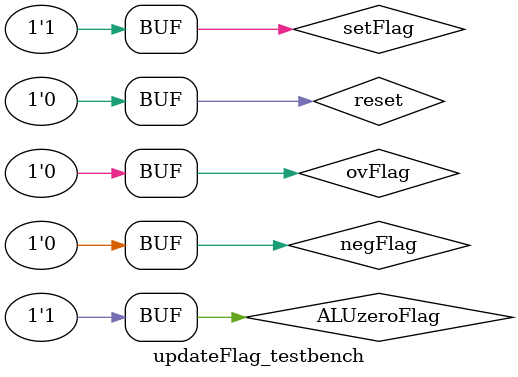
<source format=sv>

module updateFlag (reset, setFlag, negFlag, ALUzeroFlag, ovFlag, branch, zeroFlag);
    input logic setFlag, reset;
    input logic negFlag, ALUzeroFlag, ovFlag;
    output logic branch, zeroFlag;

    always_comb begin
        if (reset) begin
            zeroFlag = 0;
            branch = 0;
        end
        else if (setFlag) begin
            zeroFlag = ALUzeroFlag;

            if (negFlag != ovFlag) begin
                branch = 1;
            end
            else branch = 0;
        end
    
        else begin
            zeroFlag = zeroFlag;
            branch = branch;
        end
    end
endmodule

module updateFlag_testbench ();
    logic setFlag, reset;
    logic negFlag, ALUzeroFlag, ovFlag;
    logic branch, zeroFlag;

    updateFlag dut (.*);

    initial begin
        reset = 1; setFlag = 0; negFlag = 0; ALUzeroFlag = 0; ovFlag = 0; #10;
        
        reset = 0; setFlag = 0; negFlag = 0; ALUzeroFlag = 0; ovFlag = 0; #10;
        assert ((branch == 0) && (zeroFlag == 0));

        reset = 0; setFlag = 1; negFlag = 0; ALUzeroFlag = 0; ovFlag = 0; #10;
        assert ((branch == 0) && (zeroFlag == 0));

        // test that nothing changes
        reset = 0; setFlag = 0; negFlag = 0; ALUzeroFlag = 0; ovFlag = 0; #10;
        assert ((branch == 0) && (zeroFlag == 0));

        // test that branch changes to 1
        reset = 0; setFlag = 1; negFlag = 1; ALUzeroFlag = 0; ovFlag = 0; #10;
        assert ((branch == 1) && (zeroFlag == 0));

        // change branch to 0 again
        reset = 0; setFlag = 1; negFlag = 0; ALUzeroFlag = 0; ovFlag = 0; #10;
        assert ((branch == 0) && (zeroFlag == 0));

        // change branch to 1 again using other condition
        reset = 0; setFlag = 1; negFlag = 0; ALUzeroFlag = 1; ovFlag = 0; #10;
        assert ((branch == 1) && (zeroFlag == 1));
    end
endmodule
</source>
